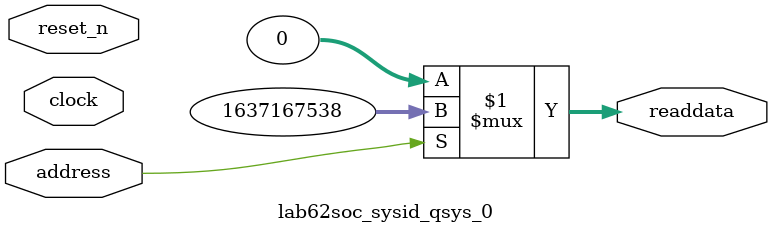
<source format=v>



// synthesis translate_off
`timescale 1ns / 1ps
// synthesis translate_on

// turn off superfluous verilog processor warnings 
// altera message_level Level1 
// altera message_off 10034 10035 10036 10037 10230 10240 10030 

module lab62soc_sysid_qsys_0 (
               // inputs:
                address,
                clock,
                reset_n,

               // outputs:
                readdata
             )
;

  output  [ 31: 0] readdata;
  input            address;
  input            clock;
  input            reset_n;

  wire    [ 31: 0] readdata;
  //control_slave, which is an e_avalon_slave
  assign readdata = address ? 1637167538 : 0;

endmodule



</source>
